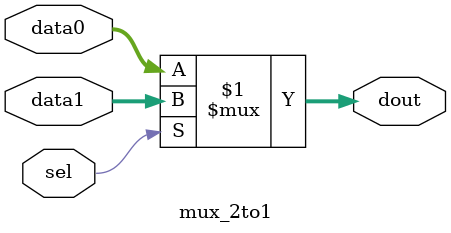
<source format=sv>
`timescale 10ns/100ps

module mux_2to1 #(
  parameter WIDTH = 32
)(
  input  wire [WIDTH-1:0] data0,
  input  wire [WIDTH-1:0] data1,
  input  wire             sel,
  output wire [WIDTH-1:0] dout
);
  assign dout = sel ? data1 : data0;

endmodule

</source>
